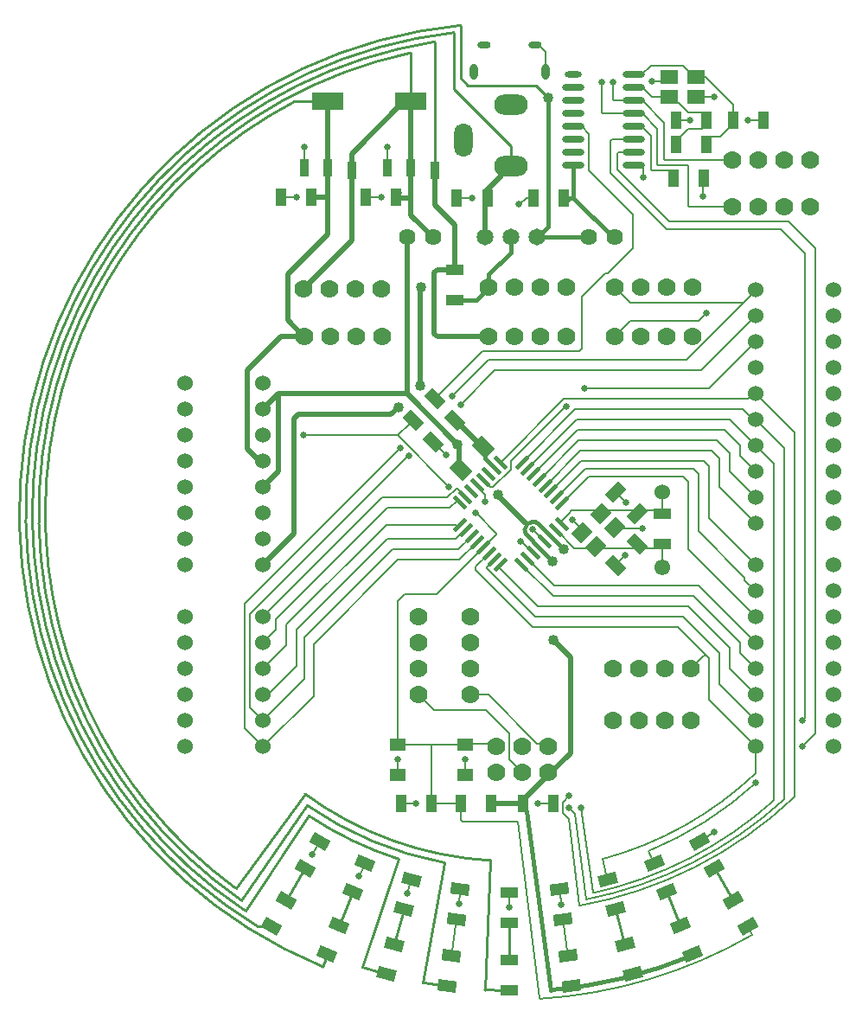
<source format=gtl>
G04*
G04 #@! TF.GenerationSoftware,Altium Limited,Altium Designer,24.2.2 (26)*
G04*
G04 Layer_Physical_Order=1*
G04 Layer_Color=255*
%FSLAX44Y44*%
%MOMM*%
G71*
G04*
G04 #@! TF.SameCoordinates,14A9DA51-42A2-44A4-A91A-1E31E54FDAF6*
G04*
G04*
G04 #@! TF.FilePolarity,Positive*
G04*
G01*
G75*
%ADD10C,0.5080*%
%ADD12C,0.1524*%
%ADD13C,0.2540*%
%ADD15C,0.3810*%
%ADD20R,1.8034X1.1176*%
G04:AMPARAMS|DCode=21|XSize=1.1176mm|YSize=1.8034mm|CornerRadius=0mm|HoleSize=0mm|Usage=FLASHONLY|Rotation=60.000|XOffset=0mm|YOffset=0mm|HoleType=Round|Shape=Rectangle|*
%AMROTATEDRECTD21*
4,1,4,0.5015,-0.9348,-1.0603,-0.0331,-0.5015,0.9348,1.0603,0.0331,0.5015,-0.9348,0.0*
%
%ADD21ROTATEDRECTD21*%

%ADD22R,1.1176X1.8034*%
%ADD23R,3.0988X1.7000*%
%ADD24R,0.8382X1.7000*%
G04:AMPARAMS|DCode=25|XSize=1.3716mm|YSize=1.8542mm|CornerRadius=0mm|HoleSize=0mm|Usage=FLASHONLY|Rotation=225.000|XOffset=0mm|YOffset=0mm|HoleType=Round|Shape=Rectangle|*
%AMROTATEDRECTD25*
4,1,4,-0.1706,1.1405,1.1405,-0.1706,0.1706,-1.1405,-1.1405,0.1706,-0.1706,1.1405,0.0*
%
%ADD25ROTATEDRECTD25*%

G04:AMPARAMS|DCode=26|XSize=1.1176mm|YSize=1.8034mm|CornerRadius=0mm|HoleSize=0mm|Usage=FLASHONLY|Rotation=45.000|XOffset=0mm|YOffset=0mm|HoleType=Round|Shape=Rectangle|*
%AMROTATEDRECTD26*
4,1,4,0.2425,-1.0327,-1.0327,0.2425,-0.2425,1.0327,1.0327,-0.2425,0.2425,-1.0327,0.0*
%
%ADD26ROTATEDRECTD26*%

%ADD27O,2.2000X0.6096*%
%ADD28O,1.6510X0.6096*%
%ADD29R,1.6510X1.4000*%
%ADD30R,1.8000X1.4000*%
G04:AMPARAMS|DCode=31|XSize=0.381mm|YSize=1.65mm|CornerRadius=0mm|HoleSize=0mm|Usage=FLASHONLY|Rotation=45.000|XOffset=0mm|YOffset=0mm|HoleType=Round|Shape=Rectangle|*
%AMROTATEDRECTD31*
4,1,4,0.4487,-0.7181,-0.7181,0.4487,-0.4487,0.7181,0.7181,-0.4487,0.4487,-0.7181,0.0*
%
%ADD31ROTATEDRECTD31*%

G04:AMPARAMS|DCode=32|XSize=0.381mm|YSize=1.65mm|CornerRadius=0mm|HoleSize=0mm|Usage=FLASHONLY|Rotation=315.000|XOffset=0mm|YOffset=0mm|HoleType=Round|Shape=Rectangle|*
%AMROTATEDRECTD32*
4,1,4,-0.7181,-0.4487,0.4487,0.7181,0.7181,0.4487,-0.4487,-0.7181,-0.7181,-0.4487,0.0*
%
%ADD32ROTATEDRECTD32*%

G04:AMPARAMS|DCode=33|XSize=1.4mm|YSize=1.651mm|CornerRadius=0mm|HoleSize=0mm|Usage=FLASHONLY|Rotation=135.000|XOffset=0mm|YOffset=0mm|HoleType=Round|Shape=Rectangle|*
%AMROTATEDRECTD33*
4,1,4,1.0787,0.0887,-0.0887,-1.0787,-1.0787,-0.0887,0.0887,1.0787,1.0787,0.0887,0.0*
%
%ADD33ROTATEDRECTD33*%

G04:AMPARAMS|DCode=34|XSize=1.1176mm|YSize=1.8034mm|CornerRadius=0mm|HoleSize=0mm|Usage=FLASHONLY|Rotation=135.000|XOffset=0mm|YOffset=0mm|HoleType=Round|Shape=Rectangle|*
%AMROTATEDRECTD34*
4,1,4,1.0327,0.2425,-0.2425,-1.0327,-1.0327,-0.2425,0.2425,1.0327,1.0327,0.2425,0.0*
%
%ADD34ROTATEDRECTD34*%

G04:AMPARAMS|DCode=35|XSize=1.1176mm|YSize=1.8034mm|CornerRadius=0mm|HoleSize=0mm|Usage=FLASHONLY|Rotation=120.000|XOffset=0mm|YOffset=0mm|HoleType=Round|Shape=Rectangle|*
%AMROTATEDRECTD35*
4,1,4,1.0603,-0.0331,-0.5015,-0.9348,-1.0603,0.0331,0.5015,0.9348,1.0603,-0.0331,0.0*
%
%ADD35ROTATEDRECTD35*%

G04:AMPARAMS|DCode=36|XSize=1.1176mm|YSize=1.8034mm|CornerRadius=0mm|HoleSize=0mm|Usage=FLASHONLY|Rotation=112.500|XOffset=0mm|YOffset=0mm|HoleType=Round|Shape=Rectangle|*
%AMROTATEDRECTD36*
4,1,4,1.0469,-0.1712,-0.6192,-0.8613,-1.0469,0.1712,0.6192,0.8613,1.0469,-0.1712,0.0*
%
%ADD36ROTATEDRECTD36*%

G04:AMPARAMS|DCode=37|XSize=1.1176mm|YSize=1.8034mm|CornerRadius=0mm|HoleSize=0mm|Usage=FLASHONLY|Rotation=105.000|XOffset=0mm|YOffset=0mm|HoleType=Round|Shape=Rectangle|*
%AMROTATEDRECTD37*
4,1,4,1.0156,-0.3064,-0.7264,-0.7731,-1.0156,0.3064,0.7264,0.7731,1.0156,-0.3064,0.0*
%
%ADD37ROTATEDRECTD37*%

G04:AMPARAMS|DCode=38|XSize=1.1176mm|YSize=1.8034mm|CornerRadius=0mm|HoleSize=0mm|Usage=FLASHONLY|Rotation=97.500|XOffset=0mm|YOffset=0mm|HoleType=Round|Shape=Rectangle|*
%AMROTATEDRECTD38*
4,1,4,0.9669,-0.4363,-0.8211,-0.6717,-0.9669,0.4363,0.8211,0.6717,0.9669,-0.4363,0.0*
%
%ADD38ROTATEDRECTD38*%

G04:AMPARAMS|DCode=39|XSize=1.1176mm|YSize=1.8034mm|CornerRadius=0mm|HoleSize=0mm|Usage=FLASHONLY|Rotation=82.500|XOffset=0mm|YOffset=0mm|HoleType=Round|Shape=Rectangle|*
%AMROTATEDRECTD39*
4,1,4,0.8211,-0.6717,-0.9669,-0.4363,-0.8211,0.6717,0.9669,0.4363,0.8211,-0.6717,0.0*
%
%ADD39ROTATEDRECTD39*%

G04:AMPARAMS|DCode=40|XSize=1.1176mm|YSize=1.8034mm|CornerRadius=0mm|HoleSize=0mm|Usage=FLASHONLY|Rotation=75.000|XOffset=0mm|YOffset=0mm|HoleType=Round|Shape=Rectangle|*
%AMROTATEDRECTD40*
4,1,4,0.7264,-0.7731,-1.0156,-0.3064,-0.7264,0.7731,1.0156,0.3064,0.7264,-0.7731,0.0*
%
%ADD40ROTATEDRECTD40*%

G04:AMPARAMS|DCode=41|XSize=1.1176mm|YSize=1.8034mm|CornerRadius=0mm|HoleSize=0mm|Usage=FLASHONLY|Rotation=67.500|XOffset=0mm|YOffset=0mm|HoleType=Round|Shape=Rectangle|*
%AMROTATEDRECTD41*
4,1,4,0.6192,-0.8613,-1.0469,-0.1712,-0.6192,0.8613,1.0469,0.1712,0.6192,-0.8613,0.0*
%
%ADD41ROTATEDRECTD41*%

%ADD42R,1.5000X1.2000*%
%ADD77C,1.7780*%
%ADD78C,1.6200*%
%ADD79C,1.5240*%
%ADD80O,0.7750X1.5500*%
%ADD81O,1.3000X0.6500*%
%ADD82O,1.8000X3.3000*%
%ADD83O,3.3020X2.0000*%
%ADD84C,1.6500*%
%ADD85C,0.6350*%
%ADD86C,1.5494*%
%ADD87C,1.0160*%
D10*
X483870Y499872D02*
X511302Y472440D01*
X483870Y499872D02*
Y500380D01*
X471170Y752856D02*
Y797250D01*
X387350Y791210D02*
X398780D01*
X408192Y608033D02*
Y702832D01*
X407445Y607285D02*
X408192Y608033D01*
Y702832D02*
X408940Y703580D01*
X288726Y579120D02*
X379280D01*
X284480Y574874D02*
X288726Y579120D01*
X379280D02*
X386490Y586330D01*
X284480Y462280D02*
Y574874D01*
X254000Y431800D02*
X284480Y462280D01*
X254000Y508000D02*
X269240Y523240D01*
Y599440D01*
X394970D01*
X254000Y584200D02*
X269240Y599440D01*
X238760Y545303D02*
Y622300D01*
X271780Y655320D01*
X294386D01*
X292935Y656771D02*
X294386Y655320D01*
X278130Y671576D02*
X292935Y656771D01*
X424616Y721106D02*
X441960D01*
X421640Y718130D02*
X424616Y721106D01*
X421640Y658296D02*
Y718130D01*
X424616Y655320D02*
X474980D01*
X421640Y658296D02*
X424616Y655320D01*
X441960Y721106D02*
Y764540D01*
X421894Y784606D02*
Y820980D01*
Y784606D02*
X441960Y764540D01*
X398780Y820940D02*
Y885940D01*
Y796290D02*
Y820940D01*
X340614Y818440D02*
Y834768D01*
Y749300D02*
Y818440D01*
X317500Y823480D02*
Y885940D01*
Y820940D02*
Y823480D01*
X301244Y792226D02*
X317500D01*
Y755650D02*
Y797306D01*
Y823480D01*
X398780Y774446D02*
Y796290D01*
X384302Y797306D02*
X387350Y796290D01*
X394970Y599440D02*
X444500Y549910D01*
X394970Y599440D02*
Y752856D01*
X278130Y671576D02*
Y716280D01*
X317500Y755650D01*
X293370Y702056D02*
X340614Y749300D01*
X444500Y548535D02*
Y549910D01*
X445718Y526600D02*
X447424Y524894D01*
X445718Y526600D02*
Y547317D01*
X444500Y548535D02*
X445718Y547317D01*
X442235Y573409D02*
X468658Y546986D01*
X469516D01*
X441376Y573409D02*
X442235D01*
X471170Y797250D02*
X487205Y813285D01*
Y815758D01*
X494097Y822650D01*
X496570D01*
X398780Y774446D02*
X420370Y752856D01*
X340614Y834768D02*
X391786Y885940D01*
X398780D01*
X554990Y247650D02*
Y341305D01*
X533400Y228600D02*
X535940D01*
X554990Y247650D01*
X533400Y226695D02*
Y228600D01*
X508254Y201549D02*
X533400Y226695D01*
X508254Y198120D02*
Y201549D01*
X537958Y358337D02*
X554990Y341305D01*
X477266Y198120D02*
X508000D01*
X238760Y545303D02*
X248123Y535940D01*
X251460D01*
D12*
X570690Y104635D02*
G03*
X764464Y202736I-78930J396331D01*
G01*
X577415Y110920D02*
G03*
X754355Y201675I-84544J382695D01*
G01*
X563415Y98405D02*
G03*
X774696Y205254I-71608J403912D01*
G01*
X586021Y144024D02*
G03*
X736721Y228473I-90721J338576D01*
G01*
X524533Y7248D02*
G03*
X733065Y69948I-29233J475352D01*
G01*
X631556Y152043D02*
G03*
X736437Y218619I-136256J330557D01*
G01*
X724632Y688340D02*
X736600Y700308D01*
X613410Y688340D02*
X724632D01*
X598170Y703580D02*
X613410Y688340D01*
X668752Y632460D02*
X724632Y688340D01*
X613180Y670560D02*
X680720D01*
X598210Y655590D02*
X613180Y670560D01*
X680720D02*
X688340Y678180D01*
X683260Y622300D02*
X736600Y675640D01*
X480984Y622300D02*
X683260D01*
X447502Y588818D02*
X480984Y622300D01*
X439420Y596900D02*
X474980Y632460D01*
X668752D01*
X736600Y700308D02*
Y701040D01*
X566420Y694690D02*
X589280Y717550D01*
X591820D01*
X423839Y403098D02*
X469599Y448859D01*
X392938Y403098D02*
X423839D01*
X386120Y396280D02*
X392938Y403098D01*
X645160Y429260D02*
Y452374D01*
Y482346D02*
Y502920D01*
X625172Y899160D02*
X634372Y889960D01*
X617220Y899160D02*
X625172D01*
X634372Y889960D02*
X651518D01*
X465836Y506196D02*
Y507492D01*
X471275Y494180D02*
Y500756D01*
X465836Y506196D02*
X471275Y500756D01*
X523550Y941400D02*
X530300Y934650D01*
Y914400D02*
Y934650D01*
X520300Y941400D02*
X523550D01*
X597666Y886460D02*
X625172D01*
X736600Y574040D02*
X736600D01*
X734060D02*
X736600D01*
X565150Y194310D02*
X577289Y110902D01*
X754380Y201930D02*
Y530860D01*
X774700Y205258D02*
X774700Y561340D01*
X774700Y205254D02*
Y205258D01*
X553720Y182880D02*
X563415Y98405D01*
X736600Y599440D02*
X736600D01*
X734013D02*
X736600D01*
X795020Y266700D02*
Y741680D01*
X651510Y768350D02*
X768350D01*
X795020Y741680D01*
X784860Y282706D02*
Y736600D01*
X648970Y760730D02*
X760730D01*
X784860Y736600D01*
X736600Y548640D02*
X754380Y530860D01*
X764540Y202946D02*
Y546100D01*
X736600Y574040D02*
X764540Y546100D01*
X736600Y599440D02*
X774700Y561340D01*
X782320Y279400D02*
Y280166D01*
X784860Y282706D01*
X782320Y254000D02*
X795020Y266700D01*
X600710Y819150D02*
X651510Y768350D01*
X586021Y144024D02*
Y144024D01*
Y144024D02*
X590097Y128812D01*
X728853Y78074D02*
X733092Y69972D01*
X503574Y180340D02*
X524510Y7620D01*
X543889Y114681D02*
X545000Y109959D01*
X546100Y101600D01*
X419537Y553283D02*
X433070Y539750D01*
X728980Y867410D02*
X744220D01*
X354330Y792226D02*
X369316D01*
X505496Y784860D02*
X511687Y791051D01*
X514699D02*
X518668Y795020D01*
X511687Y791051D02*
X514699D01*
X504190Y784860D02*
X505496D01*
X418880Y256060D02*
X451640D01*
X386120D02*
X418880D01*
Y198154D02*
Y256060D01*
X418846Y198120D02*
X418880Y198154D01*
X523240Y198120D02*
X538226D01*
X452120Y226060D02*
Y241300D01*
X386080Y226100D02*
X386120Y226060D01*
X386080Y226100D02*
Y241300D01*
X388874Y198120D02*
X403860D01*
X271272Y792226D02*
X286512D01*
X443484Y791464D02*
X458470D01*
X375920Y821194D02*
Y840740D01*
X375666Y820940D02*
X375920Y821194D01*
X294386Y820940D02*
X294640Y821194D01*
Y840740D01*
X568960Y604520D02*
X690880D01*
X556260Y485140D02*
X642366D01*
X545618Y474498D02*
X553142Y482021D01*
X556260Y485140D01*
X386080Y558800D02*
X397471Y570191D01*
X395803Y578683D02*
X397471Y577016D01*
X293878Y558800D02*
X386080D01*
X397471Y570191D02*
Y577016D01*
X236220Y393700D02*
X388620Y546100D01*
X241300Y383746D02*
X396087Y538533D01*
X397187D01*
X386080Y558800D02*
X436110Y508770D01*
X241300Y292100D02*
Y383746D01*
X236220Y271780D02*
Y393700D01*
X386120Y256060D02*
Y396280D01*
X480060Y256540D02*
X482600Y254000D01*
X406400Y304800D02*
X421640Y289560D01*
X472440D02*
X495300Y266700D01*
X421640Y289560D02*
X472440D01*
X495300Y241300D02*
Y266700D01*
Y241300D02*
X508000Y228600D01*
X522224Y257018D02*
X530382D01*
X474442Y304800D02*
X522224Y257018D01*
X530382D02*
X533400Y254000D01*
X457200Y304800D02*
X474442D01*
X688340Y342900D02*
X690880Y340360D01*
X660400Y370840D02*
X688340Y342900D01*
X685800D02*
X688340D01*
X673100Y330200D02*
X685800Y342900D01*
X631556Y152043D02*
X634897Y143977D01*
X690880Y299720D02*
Y340360D01*
X468630Y641350D02*
X563880D01*
X422077Y594797D02*
X468630Y641350D01*
X236220Y271780D02*
X254000Y254000D01*
X241300Y292100D02*
X254000Y279400D01*
X594360Y815340D02*
X648970Y760730D01*
X594360Y815340D02*
Y847090D01*
X595630Y848360D01*
X617220D01*
X600710Y819150D02*
Y834767D01*
X601603Y835660D02*
X617220D01*
X600710Y834767D02*
X601603Y835660D01*
X563880Y641350D02*
X566420Y643890D01*
Y694690D01*
X591820Y717550D02*
X615950Y741680D01*
Y774700D01*
X572770Y817880D02*
X615950Y774700D01*
X565736Y861060D02*
X572770Y854026D01*
Y817880D02*
Y854026D01*
X557784Y861060D02*
X565736D01*
X596773Y887353D02*
X597666Y886460D01*
X596773Y887353D02*
Y904240D01*
X585344Y875156D02*
Y904367D01*
Y875156D02*
X586740Y873760D01*
X623935Y822960D02*
X626047Y820848D01*
X617220Y822960D02*
X623935D01*
X626047Y819844D02*
Y820848D01*
Y819844D02*
X626110Y819781D01*
Y811530D02*
Y819781D01*
X684530Y809244D02*
X685546Y810260D01*
X684530Y792480D02*
Y809244D01*
X646430Y828933D02*
Y865202D01*
Y828933D02*
X647323Y828040D01*
X713740D01*
X625172Y886460D02*
X646430Y865202D01*
X640080Y824027D02*
X640973Y823134D01*
X640080Y824027D02*
Y858852D01*
X640973Y823134D02*
X669390D01*
X635000Y817880D02*
X650748D01*
X633730Y819150D02*
X635000Y817880D01*
X633730Y819150D02*
Y852170D01*
X625172Y873760D02*
X640080Y858852D01*
X625715Y860185D02*
X633730Y852170D01*
X655574Y810260D02*
Y813054D01*
X650748Y817880D02*
X655574Y813054D01*
X687566Y909332D02*
X714248Y882650D01*
Y863981D02*
Y882650D01*
X692912Y851535D02*
X701675D01*
X709295Y859155D01*
X709422D02*
X714248Y863981D01*
X709295Y859155D02*
X709422D01*
X676691Y909332D02*
X687566D01*
X685546Y844169D02*
X692912Y851535D01*
X685546Y843280D02*
Y844169D01*
X657054Y884424D02*
X661166D01*
X670560Y875030D01*
X651518Y889960D02*
X657054Y884424D01*
X670560Y875030D02*
X683514D01*
X670462Y859155D02*
X683514D01*
X657479Y846074D02*
X662940Y851535D01*
X657381Y846074D02*
X657479D01*
X662940Y851633D02*
X670462Y859155D01*
X662940Y851535D02*
Y851633D01*
X659638Y867410D02*
X671830D01*
X658368Y868680D02*
X659638Y867410D01*
X683514Y859155D02*
Y875030D01*
X618095Y860185D02*
X625715D01*
X617220Y873760D02*
X625172D01*
X586740D02*
X617220D01*
X690880Y604520D02*
X736600Y650240D01*
X669390Y823134D02*
X670282Y822242D01*
Y783213D02*
Y822242D01*
Y783213D02*
X671175Y782320D01*
X713740D01*
X617220Y861060D02*
X618095Y860185D01*
X687811Y165672D02*
X695875Y170327D01*
X680847Y161223D02*
X687811Y165672D01*
X678228Y890270D02*
X695960D01*
X677918Y889960D02*
X678228Y890270D01*
X634746Y905510D02*
X647668D01*
X651518Y909360D01*
X603758Y467360D02*
X625094D01*
X599003Y431363D02*
Y431871D01*
X608584Y441452D01*
X599257Y503357D02*
X609092Y493522D01*
X599003Y503357D02*
X599257D01*
X565821Y463262D02*
Y467197D01*
X556768Y476250D02*
X565821Y467197D01*
X495300Y99060D02*
Y111506D01*
X445770Y102870D02*
X446687Y109836D01*
X446862Y114681D01*
X396240Y113030D02*
X397973Y119498D01*
X399254Y124151D01*
X349250Y129540D02*
X351606Y135227D01*
X353288Y139754D01*
X303530Y151130D02*
X307043Y157215D01*
X309753Y161223D01*
X518250Y466484D02*
Y466611D01*
Y466484D02*
X529781Y454953D01*
X518007Y443637D02*
X518466D01*
X506984Y454660D02*
X518007Y443637D01*
X482123Y461804D02*
Y463066D01*
X470916Y450596D02*
Y450596D01*
X462589Y482600D02*
X482123Y463066D01*
X462280Y482600D02*
X462589D01*
X470916Y450596D02*
X482123Y461804D01*
X559562Y188468D02*
X570562Y104618D01*
X547116Y189484D02*
X553720Y182880D01*
X547116Y189484D02*
Y199136D01*
X553720Y205740D01*
Y194310D02*
X559562Y188468D01*
X736600Y228473D02*
Y254000D01*
X590077Y128807D02*
X591346Y124151D01*
X736600Y279400D02*
Y279400D01*
X701040Y314960D02*
X736600Y279400D01*
X520509Y381000D02*
X665480D01*
X473071Y429700D02*
X480914Y437544D01*
X473071Y428438D02*
X520509Y381000D01*
X473071Y428438D02*
Y429700D01*
X665480Y381000D02*
X701040Y345440D01*
Y314960D02*
Y345440D01*
X634897Y143977D02*
X637312Y139754D01*
X690880Y299720D02*
X736600Y254000D01*
X670425Y915598D02*
X676691Y909332D01*
X669902Y915598D02*
X670425D01*
X633730Y920750D02*
X664750D01*
X669902Y915598D01*
X624840Y911860D02*
X633730Y920750D01*
X617220Y911860D02*
X624840D01*
X254000Y254000D02*
X303784Y303784D01*
Y354584D01*
X386080Y436880D01*
X254000Y279400D02*
X294640Y320040D01*
Y360680D01*
X381000Y447040D01*
X254000Y381000D02*
X370840Y497840D01*
X434340D01*
X442923Y506423D01*
X375920Y487680D02*
X436880D01*
X266700Y378460D02*
X375920Y487680D01*
X436880D02*
X444337Y495137D01*
X445445Y469965D02*
X446969Y471489D01*
X442305D02*
X443829Y469965D01*
X374969Y471489D02*
X442305D01*
X276860Y373380D02*
X374969Y471489D01*
X443829Y469965D02*
X445445D01*
X287020Y368300D02*
X375920Y457200D01*
X442685D01*
X451407Y465921D01*
X381000Y447040D02*
X445150D01*
X458284Y460174D01*
X386080Y436880D02*
X446126D01*
X463852Y454606D01*
X463852D01*
X287020Y332740D02*
Y368300D01*
X276860Y353060D02*
Y373380D01*
X266700Y368300D02*
Y378460D01*
X261704Y307424D02*
X287020Y332740D01*
X254000Y330200D02*
X276860Y353060D01*
X254000Y355600D02*
X266700Y368300D01*
X458284Y460174D02*
X458284D01*
X451407Y465921D02*
X452537D01*
X256624Y307424D02*
X261704D01*
X254000Y304800D02*
X256624Y307424D01*
X670560Y447040D02*
Y513080D01*
X572666Y518160D02*
X665480D01*
X670560Y513080D01*
X723900Y584200D02*
X734060Y574040D01*
X559680Y584200D02*
X723900D01*
X711200Y574040D02*
X736600Y548640D01*
X560656Y574040D02*
X711200D01*
X721360Y538480D02*
Y548640D01*
X561990Y563880D02*
X706120D01*
X721360Y548640D01*
X569151Y525780D02*
X675640D01*
X680720Y520700D01*
Y464820D02*
Y520700D01*
X462280Y426720D02*
Y430404D01*
X518160Y370840D02*
X660400D01*
X462280Y426720D02*
X518160Y370840D01*
X444186Y506423D02*
X452190Y498418D01*
X442923Y506423D02*
X444186D01*
X452190Y498418D02*
X452190D01*
X711200Y330200D02*
Y350520D01*
Y330200D02*
X736600Y304800D01*
X670560Y391160D02*
X711200Y350520D01*
X523240Y391160D02*
X670560D01*
X721360Y345440D02*
X736600Y330200D01*
X721360Y345440D02*
Y355600D01*
X675640Y401320D02*
X721360Y355600D01*
X538153Y401320D02*
X675640D01*
X680720Y464820D02*
X725678Y419862D01*
Y417322D02*
Y419862D01*
Y417322D02*
X736600Y406400D01*
X670560Y447040D02*
X736600Y381000D01*
X539129Y411480D02*
X680720D01*
X736600Y355600D01*
X462280Y430404D02*
X475167Y443291D01*
X485261Y429139D02*
X523240Y391160D01*
X485261Y430755D02*
X486482Y431976D01*
X485261Y429139D02*
Y430755D01*
X507151Y432322D02*
X538153Y401320D01*
X512719Y437890D02*
X539129Y411480D01*
X545618Y472882D02*
Y474498D01*
Y472882D02*
X546664Y471835D01*
X642366Y485140D02*
X645160Y482346D01*
X558878Y448656D02*
X641442D01*
X645160Y452374D01*
X541266Y466268D02*
X558878Y448656D01*
X721360Y538480D02*
X736600Y523240D01*
X711200D02*
Y541020D01*
X698500Y553720D02*
X711200Y541020D01*
Y523240D02*
X736600Y497840D01*
X693420Y543560D02*
X701040Y535940D01*
Y508000D02*
Y535940D01*
Y508000D02*
X736600Y472440D01*
X690880Y477520D02*
X736600Y431800D01*
X690880Y477520D02*
Y528320D01*
X685800Y533400D02*
X690880Y528320D01*
X565276Y533400D02*
X685800D01*
X564301Y543560D02*
X693420D01*
X562966Y553720D02*
X698500D01*
X547011Y492504D02*
X572666Y518160D01*
X541443Y498072D02*
X569151Y525780D01*
X535695Y503819D02*
X565276Y533400D01*
X449580Y180340D02*
X503574D01*
X447294Y182626D02*
X449580Y180340D01*
X447294Y182626D02*
Y198120D01*
X590097Y128812D02*
X591346Y124151D01*
X547878Y86614D02*
X548072Y84998D01*
X548645Y80209D01*
X552090Y54038D01*
X552357Y49206D01*
X443173Y84935D02*
X443230Y85344D01*
X442514Y80155D02*
X443173Y84935D01*
X439066Y53965D02*
X442514Y80155D01*
X438243Y49206D02*
X439066Y53965D01*
X419100Y198120D02*
X447294D01*
X454660Y256540D02*
X480060D01*
X451640Y256060D02*
X452120Y256540D01*
X550012Y586740D02*
X551180D01*
X496718Y533445D02*
X550012Y586740D01*
X486136Y532364D02*
X548132Y594360D01*
X728933D01*
X734013Y599440D01*
X496718Y525420D02*
Y533445D01*
X479298Y508000D02*
X496718Y525420D01*
X476734Y508000D02*
X479298D01*
X469253Y515481D02*
X476734Y508000D01*
X513065Y526450D02*
X560656Y574040D01*
X507497Y532017D02*
X559680Y584200D01*
X444337Y495137D02*
X446623Y492851D01*
X518813Y520702D02*
X561990Y563880D01*
X524380Y515134D02*
X562966Y553720D01*
X530128Y509387D02*
X564301Y543560D01*
D13*
X447029Y960227D02*
G03*
X311589Y39082I48271J-477627D01*
G01*
X447204Y960245D02*
G03*
X447029Y960227I48096J-477645D01*
G01*
X285381Y885899D02*
G03*
X227043Y115512I209919J-403299D01*
G01*
X294914Y207848D02*
G03*
X476723Y142626I201110J274590D01*
G01*
X351159Y38114D02*
G03*
X374619Y31165I144422J444486D01*
G01*
X298757Y186423D02*
G03*
X386536Y144125I196801J296176D01*
G01*
X421561Y944106D02*
G03*
X236347Y93539I73739J-461506D01*
G01*
X297028Y196631D02*
G03*
X431709Y140480I198272J285969D01*
G01*
X398531Y933339D02*
G03*
X232294Y103973I96769J-450739D01*
G01*
X410411Y23066D02*
G03*
X434578Y19238I85170J459534D01*
G01*
X471121Y15881D02*
G03*
X495581Y15240I24460J466720D01*
G01*
X440689Y953152D02*
G03*
X248026Y78549I54611J-470552D01*
G01*
X447294Y908558D02*
Y959962D01*
X454406Y901446D02*
X520954D01*
X447294Y908558D02*
X454406Y901446D01*
X520954D02*
X532765Y889635D01*
X316546Y51050D02*
X318947Y54730D01*
X311808Y38889D02*
X315149Y46955D01*
X447029Y960227D02*
X447294Y959962D01*
X315149Y46955D02*
X316546Y51050D01*
X227043Y115512D02*
X294914Y207848D01*
X351159Y38114D02*
X386278Y144125D01*
X236347Y93539D02*
X298757Y186423D01*
X421561Y944106D02*
X421894Y943773D01*
Y820980D02*
Y943773D01*
Y818440D02*
Y820980D01*
X232294Y103973D02*
X297028Y196631D01*
X410284Y23449D02*
X431709Y140480D01*
X471121Y15881D02*
X476723Y142626D01*
X398531Y933339D02*
X398780Y933091D01*
X285381Y885899D02*
X285422Y885940D01*
X317500D01*
X248026Y78549D02*
X261272D01*
X248026D02*
X248026D01*
X261272D02*
X261747Y78074D01*
X398780Y885940D02*
Y933091D01*
X440690Y953150D02*
Y953152D01*
Y897890D02*
Y953150D01*
X440689Y953152D02*
X440690Y953150D01*
Y897890D02*
X496570Y842010D01*
Y822650D02*
Y842010D01*
X374404Y31410D02*
X376363Y35356D01*
X434330Y19490D02*
X435321Y23715D01*
X695706Y135382D02*
X695788Y135240D01*
X697952Y131504D01*
X711668Y107747D02*
X713867Y104031D01*
X697952Y131504D02*
X711668Y107747D01*
X649224Y112268D02*
X649234Y112244D01*
X650830Y108238D01*
X661328Y82894D01*
X662584Y78741D01*
X598678Y96012D02*
X598914Y95148D01*
X600054Y90984D01*
X607154Y64487D02*
X608439Y60361D01*
X600054Y90984D02*
X607154Y64487D01*
X495046Y81788D02*
X495048Y81532D01*
X495078Y77216D01*
Y49784D02*
X495300Y45466D01*
X495078Y49784D02*
Y77216D01*
X391643Y95160D02*
X391668Y95250D01*
X390508Y90994D02*
X391643Y95160D01*
X382161Y60361D02*
X383409Y64497D01*
X390508Y90994D01*
X341839Y112055D02*
X342138Y112776D01*
X340184Y108067D02*
X341839Y112055D01*
X328016Y78741D02*
X329686Y82723D01*
X340184Y108067D01*
X294512Y135411D02*
X294640Y135636D01*
X292385Y131656D02*
X294512Y135411D01*
X276733Y104031D02*
X278669Y107899D01*
X292385Y131656D01*
D15*
X523970Y471900D02*
G03*
X512654Y460584I-5651J-5664D01*
G01*
X535998Y15846D02*
G03*
X674996Y49905I-40698J466754D01*
G01*
X521970Y752856D02*
X532765Y763651D01*
Y889635D01*
X521970Y752856D02*
X572770D01*
X557784Y791464D02*
X596392Y752856D01*
X598170D01*
X548640Y791464D02*
X550608D01*
X552323D01*
X557784D01*
X557784Y791464D02*
Y822960D01*
X550608Y791464D02*
Y795029D01*
Y791464D02*
X552323Y789750D01*
X441960Y691134D02*
X462534D01*
X474980Y703580D01*
X471222Y536142D02*
Y545280D01*
Y536142D02*
X476530Y530834D01*
X469516Y546986D02*
X471222Y545280D01*
X474980Y703580D02*
Y716280D01*
X496570Y737870D01*
Y752856D01*
X524034Y449205D02*
X537420Y435820D01*
X535349Y460520D02*
X548735Y447135D01*
X523970Y471900D02*
X535349Y460520D01*
X511937Y191008D02*
X535998Y15846D01*
X508254Y198120D02*
X511937Y191008D01*
X512654Y460584D02*
X524034Y449205D01*
D20*
X441960Y691134D02*
D03*
Y721106D02*
D03*
X645160Y452374D02*
D03*
Y482346D02*
D03*
X495300Y15494D02*
D03*
X495300Y45466D02*
D03*
X495300Y111506D02*
D03*
Y81534D02*
D03*
D21*
X261747Y78074D02*
D03*
X276733Y104031D02*
D03*
X309753Y161223D02*
D03*
X294767Y135267D02*
D03*
D22*
X354330Y792226D02*
D03*
X384302D02*
D03*
X301244D02*
D03*
X271272D02*
D03*
X688340Y867410D02*
D03*
X658368D02*
D03*
X655574Y810260D02*
D03*
X685546D02*
D03*
X658114Y843280D02*
D03*
X688086D02*
D03*
X548640Y791464D02*
D03*
X518668D02*
D03*
X744220Y867410D02*
D03*
X714248D02*
D03*
X477266Y198120D02*
D03*
X447294D02*
D03*
X443484Y791464D02*
D03*
X473456D02*
D03*
X388874Y198120D02*
D03*
X418846D02*
D03*
X508254D02*
D03*
X538226D02*
D03*
D23*
X317500Y885940D02*
D03*
X398780D02*
D03*
D24*
X294386Y820940D02*
D03*
X317500D02*
D03*
X340614Y818440D02*
D03*
X375666Y820940D02*
D03*
X398780D02*
D03*
X421894Y818440D02*
D03*
D25*
X447424Y524894D02*
D03*
X469516Y546986D02*
D03*
D26*
X441376Y573409D02*
D03*
X420183Y552215D02*
D03*
X400883Y573603D02*
D03*
X422077Y594797D02*
D03*
X599003Y431363D02*
D03*
X620197Y452557D02*
D03*
D27*
X557784Y822960D02*
D03*
Y835660D02*
D03*
Y848360D02*
D03*
Y861060D02*
D03*
Y873760D02*
D03*
Y886460D02*
D03*
Y899160D02*
D03*
X617220Y911860D02*
D03*
Y899160D02*
D03*
Y886460D02*
D03*
Y873760D02*
D03*
Y861060D02*
D03*
Y848360D02*
D03*
Y835660D02*
D03*
Y822960D02*
D03*
D28*
X557784Y911860D02*
D03*
D29*
X651518Y909360D02*
D03*
Y889960D02*
D03*
X677918Y909360D02*
D03*
D30*
Y889960D02*
D03*
D31*
X507151Y432322D02*
D03*
X512719Y437890D02*
D03*
X518466Y443637D02*
D03*
X524034Y449205D02*
D03*
X529781Y454953D02*
D03*
X535349Y460520D02*
D03*
X541096Y466268D02*
D03*
X546664Y471835D02*
D03*
X486136Y532364D02*
D03*
X480568Y526796D02*
D03*
X474821Y521049D02*
D03*
X469253Y515481D02*
D03*
X463506Y509734D02*
D03*
X457938Y504166D02*
D03*
X452190Y498418D02*
D03*
X446623Y492851D02*
D03*
D32*
X547011Y492504D02*
D03*
X541443Y498072D02*
D03*
X535695Y503819D02*
D03*
X530128Y509387D02*
D03*
X524380Y515134D02*
D03*
X518813Y520702D02*
D03*
X513065Y526450D02*
D03*
X507497Y532017D02*
D03*
X446969Y471489D02*
D03*
X452537Y465921D02*
D03*
X458284Y460174D02*
D03*
X463852Y454606D02*
D03*
X469599Y448859D02*
D03*
X475167Y443291D02*
D03*
X480914Y437544D02*
D03*
X486482Y431976D02*
D03*
D33*
X598206Y468211D02*
D03*
X584488Y481929D02*
D03*
X579539Y449544D02*
D03*
X565821Y463262D02*
D03*
D34*
X599003Y503357D02*
D03*
X620197Y482163D02*
D03*
D35*
X728853Y78074D02*
D03*
X713867Y104031D02*
D03*
X695833Y135267D02*
D03*
X680847Y161223D02*
D03*
D36*
X662584Y78741D02*
D03*
X674054Y51050D02*
D03*
X648781Y112063D02*
D03*
X637312Y139754D02*
D03*
D37*
X608439Y60361D02*
D03*
X616196Y31410D02*
D03*
X591346Y124151D02*
D03*
X599104Y95200D02*
D03*
D38*
X556270Y19490D02*
D03*
X552357Y49206D02*
D03*
X543889Y114681D02*
D03*
X547802Y84965D02*
D03*
D39*
X434330Y19490D02*
D03*
X438243Y49206D02*
D03*
X446862Y114681D02*
D03*
X442950Y84965D02*
D03*
D40*
X382161Y60361D02*
D03*
X374404Y31410D02*
D03*
X391497Y95200D02*
D03*
X399254Y124151D02*
D03*
D41*
X316546Y51050D02*
D03*
X328016Y78741D02*
D03*
X353288Y139754D02*
D03*
X341819Y112063D02*
D03*
D42*
X452120Y226060D02*
D03*
X386120Y256060D02*
D03*
Y226060D02*
D03*
X452120Y256060D02*
D03*
D77*
X648970Y703580D02*
D03*
X674370D02*
D03*
X598170D02*
D03*
X623570D02*
D03*
X649010Y655590D02*
D03*
X674410D02*
D03*
X598210D02*
D03*
X623610D02*
D03*
X457200Y330200D02*
D03*
Y304800D02*
D03*
Y381000D02*
D03*
Y355600D02*
D03*
X406400D02*
D03*
Y381000D02*
D03*
Y304800D02*
D03*
Y330200D02*
D03*
X525780Y655320D02*
D03*
X551180D02*
D03*
X474980D02*
D03*
X500380D02*
D03*
X525780Y703580D02*
D03*
X551180D02*
D03*
X474980D02*
D03*
X500380D02*
D03*
X622300Y279400D02*
D03*
X596900D02*
D03*
X673100D02*
D03*
X647700D02*
D03*
X622300Y330200D02*
D03*
X596900D02*
D03*
X673100D02*
D03*
X647700D02*
D03*
X344170Y702056D02*
D03*
X369570D02*
D03*
X293370D02*
D03*
X318770D02*
D03*
X319786Y655320D02*
D03*
X294386D02*
D03*
X370586D02*
D03*
X345186D02*
D03*
X739140Y828040D02*
D03*
X713740D02*
D03*
X789940D02*
D03*
X764540D02*
D03*
X739140Y782320D02*
D03*
X713740D02*
D03*
X789940D02*
D03*
X764540D02*
D03*
X482600Y228600D02*
D03*
Y254000D02*
D03*
X508000Y228600D02*
D03*
Y254000D02*
D03*
X533400Y228600D02*
D03*
Y254000D02*
D03*
D78*
X572770Y752856D02*
D03*
X598170D02*
D03*
X420370D02*
D03*
X394970D02*
D03*
D79*
X736600Y701040D02*
D03*
Y675640D02*
D03*
Y650240D02*
D03*
Y624840D02*
D03*
Y599440D02*
D03*
Y574040D02*
D03*
Y548640D02*
D03*
Y523240D02*
D03*
Y497840D02*
D03*
Y472440D02*
D03*
X254000Y254000D02*
D03*
Y279400D02*
D03*
Y304800D02*
D03*
Y330200D02*
D03*
Y355600D02*
D03*
Y381000D02*
D03*
X177800D02*
D03*
Y355600D02*
D03*
Y330200D02*
D03*
Y304800D02*
D03*
Y279400D02*
D03*
Y254000D02*
D03*
X812800D02*
D03*
Y279400D02*
D03*
Y304800D02*
D03*
Y330200D02*
D03*
Y355600D02*
D03*
Y381000D02*
D03*
Y406400D02*
D03*
Y431800D02*
D03*
X736600Y254000D02*
D03*
Y279400D02*
D03*
Y304800D02*
D03*
Y330200D02*
D03*
Y355600D02*
D03*
Y381000D02*
D03*
Y406400D02*
D03*
Y431800D02*
D03*
X177800Y609600D02*
D03*
Y584200D02*
D03*
Y558800D02*
D03*
Y533400D02*
D03*
Y508000D02*
D03*
Y482600D02*
D03*
Y457200D02*
D03*
Y431800D02*
D03*
X254000Y609600D02*
D03*
Y584200D02*
D03*
Y558800D02*
D03*
Y533400D02*
D03*
Y508000D02*
D03*
Y482600D02*
D03*
Y457200D02*
D03*
Y431800D02*
D03*
X812800Y472440D02*
D03*
Y497840D02*
D03*
Y523240D02*
D03*
Y548640D02*
D03*
Y574040D02*
D03*
Y599440D02*
D03*
Y624840D02*
D03*
Y650240D02*
D03*
Y675640D02*
D03*
Y701040D02*
D03*
X645160Y502920D02*
D03*
D80*
X460300Y914400D02*
D03*
X530300D02*
D03*
D81*
X470300Y941400D02*
D03*
X520300D02*
D03*
D82*
X450070Y847650D02*
D03*
D83*
X496570Y822650D02*
D03*
Y882650D02*
D03*
D84*
X521970Y752856D02*
D03*
X496570D02*
D03*
X471170D02*
D03*
D85*
X688340Y678180D02*
D03*
X447502Y588818D02*
D03*
X471275Y494180D02*
D03*
X782320Y254000D02*
D03*
Y279400D02*
D03*
X546100Y99568D02*
D03*
X433070Y539750D02*
D03*
X728980Y867410D02*
D03*
X369316Y792226D02*
D03*
X504190Y784860D02*
D03*
X523240Y198120D02*
D03*
X403860D02*
D03*
X452120Y241300D02*
D03*
X386080D02*
D03*
X286512Y792226D02*
D03*
X458470Y791464D02*
D03*
X375920Y840740D02*
D03*
X294640D02*
D03*
X568960Y604520D02*
D03*
X439420Y596900D02*
D03*
X388620Y546100D02*
D03*
X397187Y538533D02*
D03*
X585344Y904367D02*
D03*
X596773Y904240D02*
D03*
X626110Y811530D02*
D03*
X684530Y792480D02*
D03*
X671830Y867410D02*
D03*
X695875Y170327D02*
D03*
X695960Y890270D02*
D03*
X634746Y905510D02*
D03*
X625094Y467360D02*
D03*
X609092Y493522D02*
D03*
X608584Y441452D02*
D03*
X556768Y476250D02*
D03*
X495300Y96520D02*
D03*
X445770Y100330D02*
D03*
X394970Y110490D02*
D03*
X347980Y127000D02*
D03*
X302260Y148590D02*
D03*
X518250Y466611D02*
D03*
X506222Y454914D02*
D03*
X293878Y558800D02*
D03*
X565150Y194310D02*
D03*
X553720Y205740D02*
D03*
Y194310D02*
D03*
X736437Y218619D02*
D03*
X462280Y482600D02*
D03*
X436110Y508770D02*
D03*
X551180Y586740D02*
D03*
D86*
X645160Y429260D02*
D03*
D87*
X483870Y500380D02*
D03*
X532765Y889635D02*
D03*
X407445Y607285D02*
D03*
X386490Y586330D02*
D03*
X408940Y703580D02*
D03*
X444500Y549910D02*
D03*
X537958Y358337D02*
D03*
X548640Y447040D02*
D03*
X537210Y435610D02*
D03*
M02*

</source>
